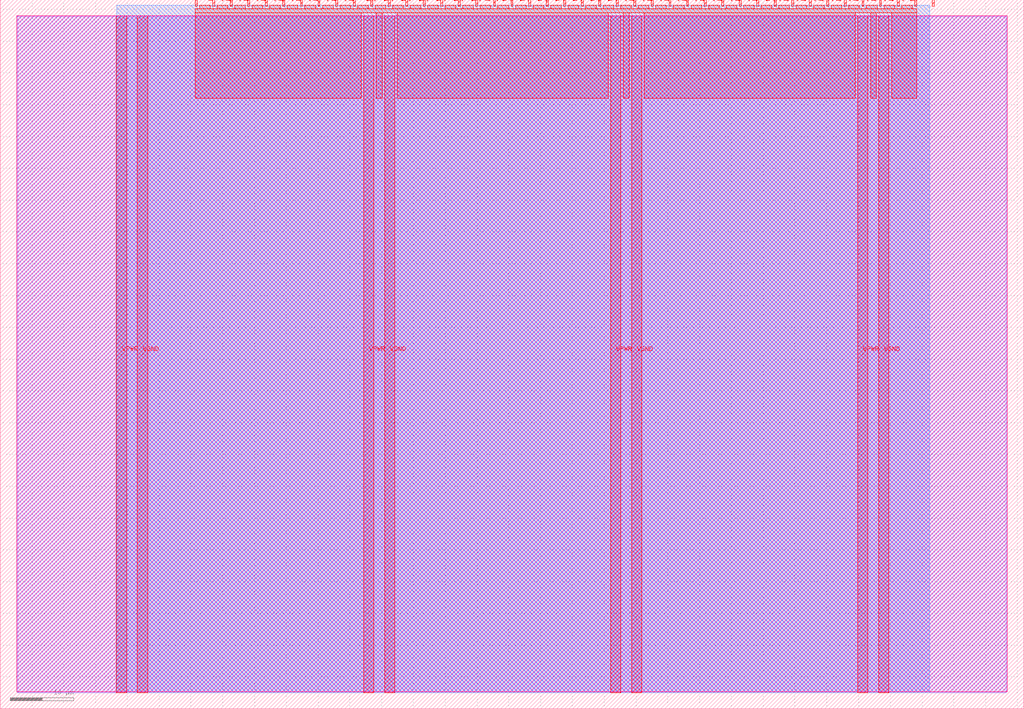
<source format=lef>
VERSION 5.7 ;
  NOWIREEXTENSIONATPIN ON ;
  DIVIDERCHAR "/" ;
  BUSBITCHARS "[]" ;
MACRO tt_um_wokwi_414120435997105153
  CLASS BLOCK ;
  FOREIGN tt_um_wokwi_414120435997105153 ;
  ORIGIN 0.000 0.000 ;
  SIZE 161.000 BY 111.520 ;
  PIN VGND
    DIRECTION INOUT ;
    USE GROUND ;
    PORT
      LAYER met4 ;
        RECT 21.580 2.480 23.180 109.040 ;
    END
    PORT
      LAYER met4 ;
        RECT 60.450 2.480 62.050 109.040 ;
    END
    PORT
      LAYER met4 ;
        RECT 99.320 2.480 100.920 109.040 ;
    END
    PORT
      LAYER met4 ;
        RECT 138.190 2.480 139.790 109.040 ;
    END
  END VGND
  PIN VPWR
    DIRECTION INOUT ;
    USE POWER ;
    PORT
      LAYER met4 ;
        RECT 18.280 2.480 19.880 109.040 ;
    END
    PORT
      LAYER met4 ;
        RECT 57.150 2.480 58.750 109.040 ;
    END
    PORT
      LAYER met4 ;
        RECT 96.020 2.480 97.620 109.040 ;
    END
    PORT
      LAYER met4 ;
        RECT 134.890 2.480 136.490 109.040 ;
    END
  END VPWR
  PIN clk
    DIRECTION INPUT ;
    USE SIGNAL ;
    ANTENNAGATEAREA 0.990000 ;
    PORT
      LAYER met4 ;
        RECT 143.830 110.520 144.130 111.520 ;
    END
  END clk
  PIN ena
    DIRECTION INPUT ;
    USE SIGNAL ;
    PORT
      LAYER met4 ;
        RECT 146.590 110.520 146.890 111.520 ;
    END
  END ena
  PIN rst_n
    DIRECTION INPUT ;
    USE SIGNAL ;
    ANTENNAGATEAREA 0.196500 ;
    PORT
      LAYER met4 ;
        RECT 141.070 110.520 141.370 111.520 ;
    END
  END rst_n
  PIN ui_in[0]
    DIRECTION INPUT ;
    USE SIGNAL ;
    ANTENNAGATEAREA 0.196500 ;
    PORT
      LAYER met4 ;
        RECT 138.310 110.520 138.610 111.520 ;
    END
  END ui_in[0]
  PIN ui_in[1]
    DIRECTION INPUT ;
    USE SIGNAL ;
    ANTENNAGATEAREA 0.196500 ;
    PORT
      LAYER met4 ;
        RECT 135.550 110.520 135.850 111.520 ;
    END
  END ui_in[1]
  PIN ui_in[2]
    DIRECTION INPUT ;
    USE SIGNAL ;
    ANTENNAGATEAREA 0.196500 ;
    PORT
      LAYER met4 ;
        RECT 132.790 110.520 133.090 111.520 ;
    END
  END ui_in[2]
  PIN ui_in[3]
    DIRECTION INPUT ;
    USE SIGNAL ;
    ANTENNAGATEAREA 0.196500 ;
    PORT
      LAYER met4 ;
        RECT 130.030 110.520 130.330 111.520 ;
    END
  END ui_in[3]
  PIN ui_in[4]
    DIRECTION INPUT ;
    USE SIGNAL ;
    ANTENNAGATEAREA 0.196500 ;
    PORT
      LAYER met4 ;
        RECT 127.270 110.520 127.570 111.520 ;
    END
  END ui_in[4]
  PIN ui_in[5]
    DIRECTION INPUT ;
    USE SIGNAL ;
    ANTENNAGATEAREA 0.196500 ;
    PORT
      LAYER met4 ;
        RECT 124.510 110.520 124.810 111.520 ;
    END
  END ui_in[5]
  PIN ui_in[6]
    DIRECTION INPUT ;
    USE SIGNAL ;
    ANTENNAGATEAREA 0.196500 ;
    PORT
      LAYER met4 ;
        RECT 121.750 110.520 122.050 111.520 ;
    END
  END ui_in[6]
  PIN ui_in[7]
    DIRECTION INPUT ;
    USE SIGNAL ;
    PORT
      LAYER met4 ;
        RECT 118.990 110.520 119.290 111.520 ;
    END
  END ui_in[7]
  PIN uio_in[0]
    DIRECTION INPUT ;
    USE SIGNAL ;
    PORT
      LAYER met4 ;
        RECT 116.230 110.520 116.530 111.520 ;
    END
  END uio_in[0]
  PIN uio_in[1]
    DIRECTION INPUT ;
    USE SIGNAL ;
    PORT
      LAYER met4 ;
        RECT 113.470 110.520 113.770 111.520 ;
    END
  END uio_in[1]
  PIN uio_in[2]
    DIRECTION INPUT ;
    USE SIGNAL ;
    PORT
      LAYER met4 ;
        RECT 110.710 110.520 111.010 111.520 ;
    END
  END uio_in[2]
  PIN uio_in[3]
    DIRECTION INPUT ;
    USE SIGNAL ;
    PORT
      LAYER met4 ;
        RECT 107.950 110.520 108.250 111.520 ;
    END
  END uio_in[3]
  PIN uio_in[4]
    DIRECTION INPUT ;
    USE SIGNAL ;
    PORT
      LAYER met4 ;
        RECT 105.190 110.520 105.490 111.520 ;
    END
  END uio_in[4]
  PIN uio_in[5]
    DIRECTION INPUT ;
    USE SIGNAL ;
    PORT
      LAYER met4 ;
        RECT 102.430 110.520 102.730 111.520 ;
    END
  END uio_in[5]
  PIN uio_in[6]
    DIRECTION INPUT ;
    USE SIGNAL ;
    PORT
      LAYER met4 ;
        RECT 99.670 110.520 99.970 111.520 ;
    END
  END uio_in[6]
  PIN uio_in[7]
    DIRECTION INPUT ;
    USE SIGNAL ;
    PORT
      LAYER met4 ;
        RECT 96.910 110.520 97.210 111.520 ;
    END
  END uio_in[7]
  PIN uio_oe[0]
    DIRECTION OUTPUT ;
    USE SIGNAL ;
    PORT
      LAYER met4 ;
        RECT 49.990 110.520 50.290 111.520 ;
    END
  END uio_oe[0]
  PIN uio_oe[1]
    DIRECTION OUTPUT ;
    USE SIGNAL ;
    PORT
      LAYER met4 ;
        RECT 47.230 110.520 47.530 111.520 ;
    END
  END uio_oe[1]
  PIN uio_oe[2]
    DIRECTION OUTPUT ;
    USE SIGNAL ;
    PORT
      LAYER met4 ;
        RECT 44.470 110.520 44.770 111.520 ;
    END
  END uio_oe[2]
  PIN uio_oe[3]
    DIRECTION OUTPUT ;
    USE SIGNAL ;
    PORT
      LAYER met4 ;
        RECT 41.710 110.520 42.010 111.520 ;
    END
  END uio_oe[3]
  PIN uio_oe[4]
    DIRECTION OUTPUT ;
    USE SIGNAL ;
    PORT
      LAYER met4 ;
        RECT 38.950 110.520 39.250 111.520 ;
    END
  END uio_oe[4]
  PIN uio_oe[5]
    DIRECTION OUTPUT ;
    USE SIGNAL ;
    PORT
      LAYER met4 ;
        RECT 36.190 110.520 36.490 111.520 ;
    END
  END uio_oe[5]
  PIN uio_oe[6]
    DIRECTION OUTPUT ;
    USE SIGNAL ;
    PORT
      LAYER met4 ;
        RECT 33.430 110.520 33.730 111.520 ;
    END
  END uio_oe[6]
  PIN uio_oe[7]
    DIRECTION OUTPUT ;
    USE SIGNAL ;
    PORT
      LAYER met4 ;
        RECT 30.670 110.520 30.970 111.520 ;
    END
  END uio_oe[7]
  PIN uio_out[0]
    DIRECTION OUTPUT ;
    USE SIGNAL ;
    PORT
      LAYER met4 ;
        RECT 72.070 110.520 72.370 111.520 ;
    END
  END uio_out[0]
  PIN uio_out[1]
    DIRECTION OUTPUT ;
    USE SIGNAL ;
    PORT
      LAYER met4 ;
        RECT 69.310 110.520 69.610 111.520 ;
    END
  END uio_out[1]
  PIN uio_out[2]
    DIRECTION OUTPUT ;
    USE SIGNAL ;
    PORT
      LAYER met4 ;
        RECT 66.550 110.520 66.850 111.520 ;
    END
  END uio_out[2]
  PIN uio_out[3]
    DIRECTION OUTPUT ;
    USE SIGNAL ;
    PORT
      LAYER met4 ;
        RECT 63.790 110.520 64.090 111.520 ;
    END
  END uio_out[3]
  PIN uio_out[4]
    DIRECTION OUTPUT ;
    USE SIGNAL ;
    PORT
      LAYER met4 ;
        RECT 61.030 110.520 61.330 111.520 ;
    END
  END uio_out[4]
  PIN uio_out[5]
    DIRECTION OUTPUT ;
    USE SIGNAL ;
    PORT
      LAYER met4 ;
        RECT 58.270 110.520 58.570 111.520 ;
    END
  END uio_out[5]
  PIN uio_out[6]
    DIRECTION OUTPUT ;
    USE SIGNAL ;
    PORT
      LAYER met4 ;
        RECT 55.510 110.520 55.810 111.520 ;
    END
  END uio_out[6]
  PIN uio_out[7]
    DIRECTION OUTPUT ;
    USE SIGNAL ;
    PORT
      LAYER met4 ;
        RECT 52.750 110.520 53.050 111.520 ;
    END
  END uio_out[7]
  PIN uo_out[0]
    DIRECTION OUTPUT ;
    USE SIGNAL ;
    ANTENNADIFFAREA 0.795200 ;
    PORT
      LAYER met4 ;
        RECT 94.150 110.520 94.450 111.520 ;
    END
  END uo_out[0]
  PIN uo_out[1]
    DIRECTION OUTPUT ;
    USE SIGNAL ;
    ANTENNADIFFAREA 0.795200 ;
    PORT
      LAYER met4 ;
        RECT 91.390 110.520 91.690 111.520 ;
    END
  END uo_out[1]
  PIN uo_out[2]
    DIRECTION OUTPUT ;
    USE SIGNAL ;
    ANTENNADIFFAREA 0.445500 ;
    PORT
      LAYER met4 ;
        RECT 88.630 110.520 88.930 111.520 ;
    END
  END uo_out[2]
  PIN uo_out[3]
    DIRECTION OUTPUT ;
    USE SIGNAL ;
    ANTENNADIFFAREA 0.795200 ;
    PORT
      LAYER met4 ;
        RECT 85.870 110.520 86.170 111.520 ;
    END
  END uo_out[3]
  PIN uo_out[4]
    DIRECTION OUTPUT ;
    USE SIGNAL ;
    ANTENNADIFFAREA 0.445500 ;
    PORT
      LAYER met4 ;
        RECT 83.110 110.520 83.410 111.520 ;
    END
  END uo_out[4]
  PIN uo_out[5]
    DIRECTION OUTPUT ;
    USE SIGNAL ;
    ANTENNADIFFAREA 0.445500 ;
    PORT
      LAYER met4 ;
        RECT 80.350 110.520 80.650 111.520 ;
    END
  END uo_out[5]
  PIN uo_out[6]
    DIRECTION OUTPUT ;
    USE SIGNAL ;
    ANTENNADIFFAREA 0.445500 ;
    PORT
      LAYER met4 ;
        RECT 77.590 110.520 77.890 111.520 ;
    END
  END uo_out[6]
  PIN uo_out[7]
    DIRECTION OUTPUT ;
    USE SIGNAL ;
    ANTENNADIFFAREA 0.445500 ;
    PORT
      LAYER met4 ;
        RECT 74.830 110.520 75.130 111.520 ;
    END
  END uo_out[7]
  OBS
      LAYER nwell ;
        RECT 2.570 2.635 158.430 108.990 ;
      LAYER li1 ;
        RECT 2.760 2.635 158.240 108.885 ;
      LAYER met1 ;
        RECT 2.760 2.480 158.240 109.040 ;
      LAYER met2 ;
        RECT 18.310 2.535 146.190 110.685 ;
      LAYER met3 ;
        RECT 18.290 2.555 146.215 110.665 ;
      LAYER met4 ;
        RECT 31.370 110.120 33.030 110.665 ;
        RECT 34.130 110.120 35.790 110.665 ;
        RECT 36.890 110.120 38.550 110.665 ;
        RECT 39.650 110.120 41.310 110.665 ;
        RECT 42.410 110.120 44.070 110.665 ;
        RECT 45.170 110.120 46.830 110.665 ;
        RECT 47.930 110.120 49.590 110.665 ;
        RECT 50.690 110.120 52.350 110.665 ;
        RECT 53.450 110.120 55.110 110.665 ;
        RECT 56.210 110.120 57.870 110.665 ;
        RECT 58.970 110.120 60.630 110.665 ;
        RECT 61.730 110.120 63.390 110.665 ;
        RECT 64.490 110.120 66.150 110.665 ;
        RECT 67.250 110.120 68.910 110.665 ;
        RECT 70.010 110.120 71.670 110.665 ;
        RECT 72.770 110.120 74.430 110.665 ;
        RECT 75.530 110.120 77.190 110.665 ;
        RECT 78.290 110.120 79.950 110.665 ;
        RECT 81.050 110.120 82.710 110.665 ;
        RECT 83.810 110.120 85.470 110.665 ;
        RECT 86.570 110.120 88.230 110.665 ;
        RECT 89.330 110.120 90.990 110.665 ;
        RECT 92.090 110.120 93.750 110.665 ;
        RECT 94.850 110.120 96.510 110.665 ;
        RECT 97.610 110.120 99.270 110.665 ;
        RECT 100.370 110.120 102.030 110.665 ;
        RECT 103.130 110.120 104.790 110.665 ;
        RECT 105.890 110.120 107.550 110.665 ;
        RECT 108.650 110.120 110.310 110.665 ;
        RECT 111.410 110.120 113.070 110.665 ;
        RECT 114.170 110.120 115.830 110.665 ;
        RECT 116.930 110.120 118.590 110.665 ;
        RECT 119.690 110.120 121.350 110.665 ;
        RECT 122.450 110.120 124.110 110.665 ;
        RECT 125.210 110.120 126.870 110.665 ;
        RECT 127.970 110.120 129.630 110.665 ;
        RECT 130.730 110.120 132.390 110.665 ;
        RECT 133.490 110.120 135.150 110.665 ;
        RECT 136.250 110.120 137.910 110.665 ;
        RECT 139.010 110.120 140.670 110.665 ;
        RECT 141.770 110.120 143.430 110.665 ;
        RECT 30.655 109.440 144.145 110.120 ;
        RECT 30.655 96.055 56.750 109.440 ;
        RECT 59.150 96.055 60.050 109.440 ;
        RECT 62.450 96.055 95.620 109.440 ;
        RECT 98.020 96.055 98.920 109.440 ;
        RECT 101.320 96.055 134.490 109.440 ;
        RECT 136.890 96.055 137.790 109.440 ;
        RECT 140.190 96.055 144.145 109.440 ;
  END
END tt_um_wokwi_414120435997105153
END LIBRARY


</source>
